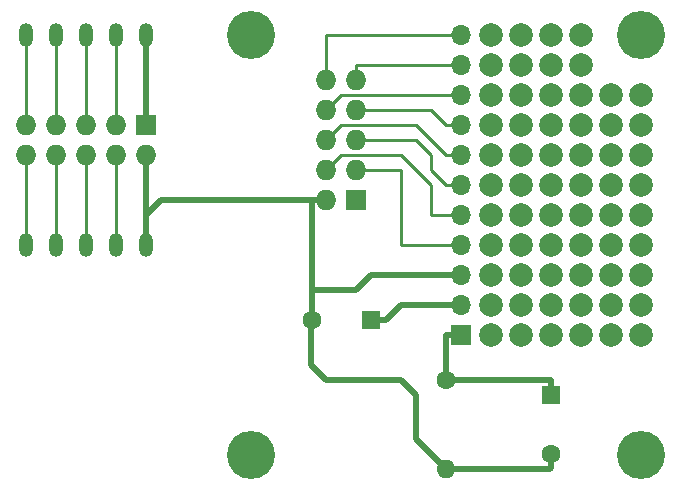
<source format=gbl>
G04 #@! TF.FileFunction,Copper,L2,Bot,Signal*
%FSLAX46Y46*%
G04 Gerber Fmt 4.6, Leading zero omitted, Abs format (unit mm)*
G04 Created by KiCad (PCBNEW 4.0.7-e0-6372~58~ubuntu16.10.1) date Fri Jul 21 11:45:41 2017*
%MOMM*%
%LPD*%
G01*
G04 APERTURE LIST*
%ADD10C,0.100000*%
%ADD11C,4.064000*%
%ADD12C,1.998980*%
%ADD13C,1.600000*%
%ADD14O,1.600000X1.600000*%
%ADD15R,1.727200X1.727200*%
%ADD16O,1.727200X1.727200*%
%ADD17O,1.200000X2.000000*%
%ADD18R,1.700000X1.700000*%
%ADD19O,1.700000X1.700000*%
%ADD20R,1.600000X1.600000*%
%ADD21C,0.500000*%
%ADD22C,0.250000*%
G04 APERTURE END LIST*
D10*
D11*
X170180000Y-118110000D03*
X170180000Y-82550000D03*
X203200000Y-82550000D03*
D12*
X203200000Y-107950000D03*
X200660000Y-107950000D03*
X198120000Y-107950000D03*
X195580000Y-107950000D03*
X193040000Y-107950000D03*
X190500000Y-107950000D03*
X203200000Y-105410000D03*
X200660000Y-105410000D03*
X198120000Y-105410000D03*
X195580000Y-105410000D03*
X193040000Y-105410000D03*
X190500000Y-105410000D03*
X203200000Y-102870000D03*
X200660000Y-102870000D03*
X198120000Y-102870000D03*
X195580000Y-102870000D03*
X193040000Y-102870000D03*
X190500000Y-102870000D03*
X203200000Y-100330000D03*
X200660000Y-100330000D03*
X198120000Y-100330000D03*
X195580000Y-100330000D03*
X193040000Y-100330000D03*
X190500000Y-100330000D03*
X203200000Y-97790000D03*
X200660000Y-97790000D03*
X198120000Y-97790000D03*
X195580000Y-97790000D03*
X193040000Y-97790000D03*
X190500000Y-97790000D03*
X203200000Y-95250000D03*
X200660000Y-95250000D03*
X198120000Y-95250000D03*
X195580000Y-95250000D03*
X193040000Y-95250000D03*
X190500000Y-95250000D03*
X203200000Y-92710000D03*
X200660000Y-92710000D03*
X198120000Y-92710000D03*
X195580000Y-92710000D03*
X193040000Y-92710000D03*
X190500000Y-92710000D03*
X203200000Y-90170000D03*
X200660000Y-90170000D03*
X198120000Y-90170000D03*
X195580000Y-90170000D03*
X193040000Y-90170000D03*
X190500000Y-90170000D03*
X203200000Y-87630000D03*
X200660000Y-87630000D03*
X198120000Y-87630000D03*
X195580000Y-87630000D03*
X193040000Y-87630000D03*
X190500000Y-87630000D03*
X198120000Y-85090000D03*
X195580000Y-85090000D03*
X193040000Y-85090000D03*
X190500000Y-85090000D03*
X198120000Y-82550000D03*
X195580000Y-82550000D03*
X193040000Y-82550000D03*
D13*
X186690000Y-111760000D03*
D14*
X186690000Y-119260000D03*
D15*
X179070000Y-96520000D03*
D16*
X176530000Y-96520000D03*
X179070000Y-93980000D03*
X176530000Y-93980000D03*
X179070000Y-91440000D03*
X176530000Y-91440000D03*
X179070000Y-88900000D03*
X176530000Y-88900000D03*
X179070000Y-86360000D03*
X176530000Y-86360000D03*
D17*
X161290000Y-100330000D03*
X161290000Y-82550000D03*
X158750000Y-100330000D03*
X158750000Y-82550000D03*
X156210000Y-100330000D03*
X156210000Y-82550000D03*
X153670000Y-100330000D03*
X153670000Y-82550000D03*
X151130000Y-100330000D03*
X151130000Y-82550000D03*
D15*
X161290000Y-90170000D03*
D16*
X161290000Y-92710000D03*
X158750000Y-90170000D03*
X158750000Y-92710000D03*
X156210000Y-90170000D03*
X156210000Y-92710000D03*
X153670000Y-90170000D03*
X153670000Y-92710000D03*
X151130000Y-90170000D03*
X151130000Y-92710000D03*
D18*
X187960000Y-107950000D03*
D19*
X187960000Y-105410000D03*
X187960000Y-102870000D03*
X187960000Y-100330000D03*
X187960000Y-97790000D03*
X187960000Y-95250000D03*
X187960000Y-92710000D03*
X187960000Y-90170000D03*
X187960000Y-87630000D03*
X187960000Y-85090000D03*
X187960000Y-82550000D03*
D20*
X180340000Y-106680000D03*
D13*
X175340000Y-106680000D03*
D20*
X195580000Y-113030000D03*
D13*
X195580000Y-118030000D03*
D12*
X190500000Y-82550000D03*
D11*
X203200000Y-118110000D03*
D21*
X187960000Y-107950000D02*
X186690000Y-107950000D01*
X186690000Y-107950000D02*
X186690000Y-111760000D01*
X186690000Y-111760000D02*
X195580000Y-111760000D01*
X195580000Y-111760000D02*
X195580000Y-113030000D01*
X175260000Y-96520000D02*
X173990000Y-96520000D01*
X161290000Y-97790000D02*
X162560000Y-96520000D01*
X162560000Y-96520000D02*
X173990000Y-96520000D01*
X161290000Y-97790000D02*
X161290000Y-100330000D01*
X175260000Y-96520000D02*
X176530000Y-96520000D01*
X187960000Y-102870000D02*
X180340000Y-102870000D01*
X179070000Y-104140000D02*
X175340000Y-104140000D01*
X180340000Y-102870000D02*
X179070000Y-104140000D01*
X186690000Y-119260000D02*
X195460000Y-119260000D01*
X195580000Y-119140000D02*
X195580000Y-118030000D01*
X195460000Y-119260000D02*
X195580000Y-119140000D01*
X176530000Y-96520000D02*
X175260000Y-96520000D01*
X175260000Y-96520000D02*
X175340000Y-96600000D01*
X175340000Y-96600000D02*
X175340000Y-104140000D01*
X175340000Y-104140000D02*
X175340000Y-106680000D01*
X175340000Y-106680000D02*
X175260000Y-106760000D01*
X175260000Y-106760000D02*
X175260000Y-110490000D01*
X175260000Y-110490000D02*
X176530000Y-111760000D01*
X176530000Y-111760000D02*
X182880000Y-111760000D01*
X182880000Y-111760000D02*
X184150000Y-113030000D01*
X184150000Y-113030000D02*
X184150000Y-116720000D01*
X184150000Y-116720000D02*
X186690000Y-119260000D01*
X161290000Y-100330000D02*
X161290000Y-92710000D01*
X180340000Y-106680000D02*
X181610000Y-106680000D01*
X182880000Y-105410000D02*
X187960000Y-105410000D01*
X181610000Y-106680000D02*
X182880000Y-105410000D01*
X161290000Y-90170000D02*
X161290000Y-82550000D01*
D22*
X158750000Y-100330000D02*
X158750000Y-92710000D01*
X158750000Y-90170000D02*
X158750000Y-82550000D01*
X156210000Y-100330000D02*
X156210000Y-92710000D01*
X156210000Y-90170000D02*
X156210000Y-82550000D01*
X153670000Y-100330000D02*
X153670000Y-92710000D01*
X153670000Y-90170000D02*
X153670000Y-82550000D01*
X151130000Y-92710000D02*
X151130000Y-100330000D01*
X151130000Y-90170000D02*
X151130000Y-82550000D01*
X179070000Y-93980000D02*
X182880000Y-93980000D01*
X182880000Y-100330000D02*
X187960000Y-100330000D01*
X182880000Y-93980000D02*
X182880000Y-100330000D01*
X176530000Y-93980000D02*
X177800000Y-92710000D01*
X185420000Y-97790000D02*
X187960000Y-97790000D01*
X185420000Y-95250000D02*
X185420000Y-97790000D01*
X182880000Y-92710000D02*
X185420000Y-95250000D01*
X177800000Y-92710000D02*
X182880000Y-92710000D01*
X179070000Y-91440000D02*
X184150000Y-91440000D01*
X186690000Y-95250000D02*
X187960000Y-95250000D01*
X185420000Y-93980000D02*
X186690000Y-95250000D01*
X185420000Y-92710000D02*
X185420000Y-93980000D01*
X184150000Y-91440000D02*
X185420000Y-92710000D01*
X176530000Y-91440000D02*
X177800000Y-90170000D01*
X186690000Y-92710000D02*
X187960000Y-92710000D01*
X184150000Y-90170000D02*
X186690000Y-92710000D01*
X177800000Y-90170000D02*
X184150000Y-90170000D01*
X179070000Y-88900000D02*
X185420000Y-88900000D01*
X186690000Y-90170000D02*
X187960000Y-90170000D01*
X185420000Y-88900000D02*
X186690000Y-90170000D01*
X176530000Y-88900000D02*
X177800000Y-87630000D01*
X177800000Y-87630000D02*
X187960000Y-87630000D01*
X179070000Y-86360000D02*
X179070000Y-85090000D01*
X179070000Y-85090000D02*
X187960000Y-85090000D01*
X176530000Y-86360000D02*
X176530000Y-82550000D01*
X176530000Y-82550000D02*
X187960000Y-82550000D01*
M02*

</source>
